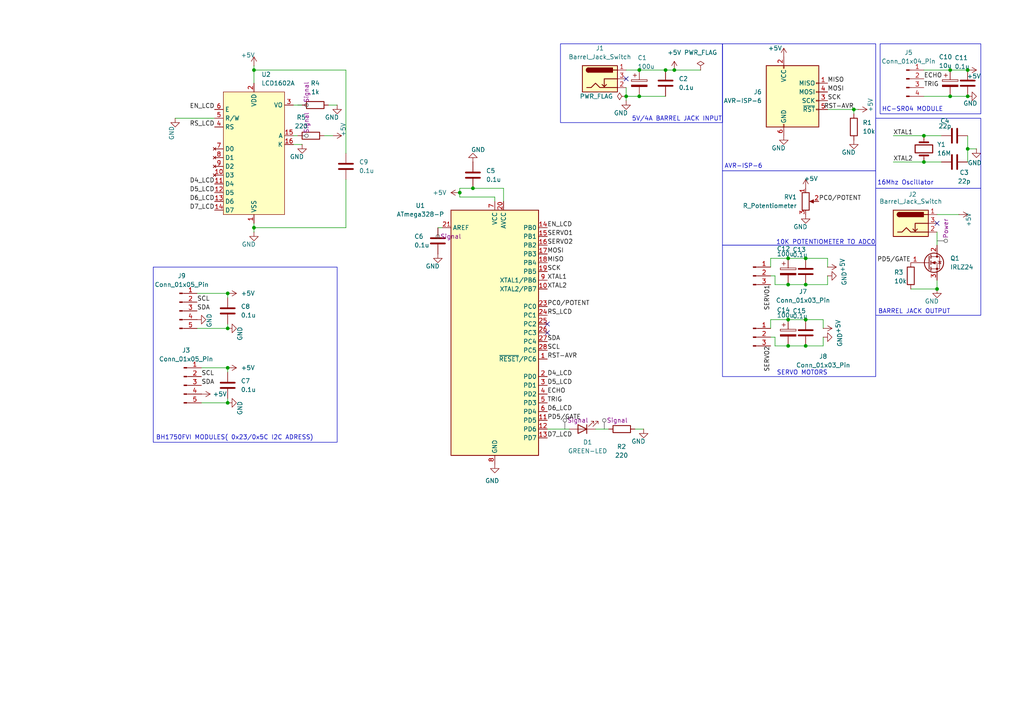
<source format=kicad_sch>
(kicad_sch (version 20250114) (generator "eeschema") (generator_version "9.0")
  (paper "A4")
  (lib_symbols
    (symbol "Connector:AVR-ISP-6" (pin_names (offset 1.016))
      (property "Reference" "J" (at -6.35 11.43 0))
      (property "Value" "AVR-ISP-6" (at 0 11.43 0))
      (symbol "AVR-ISP-6_0_1"
        (rectangle (start -2.667 10.16) (end -2.413 9.398))
        (rectangle (start -2.667 -6.858) (end -2.413 -7.62))
        (rectangle (start 7.62 10.16) (end -7.62 -7.62) (stroke (width 0.254)) (fill (type background)))
        (rectangle (start 7.62 5.207) (end 6.858 4.953))
        (rectangle (start 7.62 2.667) (end 6.858 2.413))
        (rectangle (start 7.62 0.127) (end 6.858 -0.127))
        (rectangle (start 7.62 -2.413) (end 6.858 -2.667))
      )
      (symbol "AVR-ISP-6_1_1"
        (pin passive line (at -2.54 12.7 270) (length 2.54) (name "VCC") (number "2"))
        (pin passive line (at -2.54 -10.16 90) (length 2.54) (name "GND") (number "6"))
        (pin passive line (at 10.16 5.08 180) (length 2.54) (name "MISO") (number "1"))
        (pin passive line (at 10.16 2.54 180) (length 2.54) (name "MOSI") (number "4"))
        (pin passive line (at 10.16 0 180) (length 2.54) (name "SCK") (number "3"))
        (pin passive line (at 10.16 -2.54 180) (length 2.54) (name "~{RST}") (number "5"))
      )
    )
    (symbol "Connector:Barrel_Jack_Switch" (pin_names (hide yes))
      (property "Reference" "J" (at 0 5.334 0))
      (property "Value" "Barrel_Jack_Switch" (at 0 -5.08 0))
      (symbol "Barrel_Jack_Switch_0_1"
        (rectangle (start -5.08 3.81) (end 5.08 -3.81) (stroke (width 0.254)) (fill (type background)))
        (polyline (pts (xy -3.81 -2.54) (xy -2.54 -2.54) (xy -1.27 -1.27) (xy 0 -2.54) (xy 2.54 -2.54) (xy 5.08 -2.54)) (stroke (width 0.254)))
        (arc (start -3.302 1.905) (mid -3.9343 2.54) (end -3.302 3.175) (stroke (width 0.254)))
        (arc (start -3.302 1.905) (mid -3.9343 2.54) (end -3.302 3.175) (stroke (width 0.254)) (fill (type outline)))
        (polyline (pts (xy 1.27 -2.286) (xy 1.905 -1.651)) (stroke (width 0.254)))
        (rectangle (start 3.683 3.175) (end -3.302 1.905) (stroke (width 0.254)) (fill (type outline)))
        (polyline (pts (xy 5.08 2.54) (xy 3.81 2.54)) (stroke (width 0.254)))
        (polyline (pts (xy 5.08 0) (xy 1.27 0) (xy 1.27 -2.286) (xy 0.635 -1.651)) (stroke (width 0.254)))
      )
      (symbol "Barrel_Jack_Switch_1_1"
        (pin passive line (at 7.62 2.54 180) (length 2.54) (name "~") (number "1"))
        (pin passive line (at 7.62 0 180) (length 2.54) (name "~") (number "3"))
        (pin passive line (at 7.62 -2.54 180) (length 2.54) (name "~") (number "2"))
      )
    )
    (symbol "Connector:Conn_01x03_Pin" (pin_names (offset 1.016) (hide yes))
      (property "Reference" "J" (at 0 5.08 0))
      (property "Value" "Conn_01x03_Pin" (at 0 -5.08 0))
      (symbol "Conn_01x03_Pin_1_1"
        (rectangle (start 0.8636 2.667) (end 0 2.413) (stroke (width 0.1524)) (fill (type outline)))
        (rectangle (start 0.8636 0.127) (end 0 -0.127) (stroke (width 0.1524)) (fill (type outline)))
        (rectangle (start 0.8636 -2.413) (end 0 -2.667) (stroke (width 0.1524)) (fill (type outline)))
        (polyline (pts (xy 1.27 2.54) (xy 0.8636 2.54)) (stroke (width 0.1524)))
        (polyline (pts (xy 1.27 0) (xy 0.8636 0)) (stroke (width 0.1524)))
        (polyline (pts (xy 1.27 -2.54) (xy 0.8636 -2.54)) (stroke (width 0.1524)))
        (pin passive line (at 5.08 2.54 180) (length 3.81) (name "Pin_1") (number "1"))
        (pin passive line (at 5.08 0 180) (length 3.81) (name "Pin_2") (number "2"))
        (pin passive line (at 5.08 -2.54 180) (length 3.81) (name "Pin_3") (number "3"))
      )
    )
    (symbol "Connector:Conn_01x04_Pin" (pin_names (offset 1.016) (hide yes))
      (property "Reference" "J" (at 0 5.08 0))
      (property "Value" "Conn_01x04_Pin" (at 0 -7.62 0))
      (symbol "Conn_01x04_Pin_1_1"
        (rectangle (start 0.8636 2.667) (end 0 2.413) (stroke (width 0.1524)) (fill (type outline)))
        (rectangle (start 0.8636 0.127) (end 0 -0.127) (stroke (width 0.1524)) (fill (type outline)))
        (rectangle (start 0.8636 -2.413) (end 0 -2.667) (stroke (width 0.1524)) (fill (type outline)))
        (rectangle (start 0.8636 -4.953) (end 0 -5.207) (stroke (width 0.1524)) (fill (type outline)))
        (polyline (pts (xy 1.27 2.54) (xy 0.8636 2.54)) (stroke (width 0.1524)))
        (polyline (pts (xy 1.27 0) (xy 0.8636 0)) (stroke (width 0.1524)))
        (polyline (pts (xy 1.27 -2.54) (xy 0.8636 -2.54)) (stroke (width 0.1524)))
        (polyline (pts (xy 1.27 -5.08) (xy 0.8636 -5.08)) (stroke (width 0.1524)))
        (pin passive line (at 5.08 2.54 180) (length 3.81) (name "Pin_1") (number "1"))
        (pin passive line (at 5.08 0 180) (length 3.81) (name "Pin_2") (number "2"))
        (pin passive line (at 5.08 -2.54 180) (length 3.81) (name "Pin_3") (number "3"))
        (pin passive line (at 5.08 -5.08 180) (length 3.81) (name "Pin_4") (number "4"))
      )
    )
    (symbol "Connector:Conn_01x05_Pin" (pin_names (offset 1.016) (hide yes))
      (property "Reference" "J" (at 0 7.62 0))
      (property "Value" "Conn_01x05_Pin" (at 0 -7.62 0))
      (symbol "Conn_01x05_Pin_1_1"
        (rectangle (start 0.8636 5.207) (end 0 4.953) (stroke (width 0.1524)) (fill (type outline)))
        (rectangle (start 0.8636 2.667) (end 0 2.413) (stroke (width 0.1524)) (fill (type outline)))
        (rectangle (start 0.8636 0.127) (end 0 -0.127) (stroke (width 0.1524)) (fill (type outline)))
        (rectangle (start 0.8636 -2.413) (end 0 -2.667) (stroke (width 0.1524)) (fill (type outline)))
        (rectangle (start 0.8636 -4.953) (end 0 -5.207) (stroke (width 0.1524)) (fill (type outline)))
        (polyline (pts (xy 1.27 5.08) (xy 0.8636 5.08)) (stroke (width 0.1524)))
        (polyline (pts (xy 1.27 2.54) (xy 0.8636 2.54)) (stroke (width 0.1524)))
        (polyline (pts (xy 1.27 0) (xy 0.8636 0)) (stroke (width 0.1524)))
        (polyline (pts (xy 1.27 -2.54) (xy 0.8636 -2.54)) (stroke (width 0.1524)))
        (polyline (pts (xy 1.27 -5.08) (xy 0.8636 -5.08)) (stroke (width 0.1524)))
        (pin passive line (at 5.08 5.08 180) (length 3.81) (name "Pin_1") (number "1"))
        (pin passive line (at 5.08 2.54 180) (length 3.81) (name "Pin_2") (number "2"))
        (pin passive line (at 5.08 0 180) (length 3.81) (name "Pin_3") (number "3"))
        (pin passive line (at 5.08 -2.54 180) (length 3.81) (name "Pin_4") (number "4"))
        (pin passive line (at 5.08 -5.08 180) (length 3.81) (name "Pin_5") (number "5"))
      )
    )
    (symbol "Device:C" (pin_numbers (hide yes)) (pin_names (offset 0.254))
      (property "Reference" "C" (at 0.635 2.54 0))
      (property "Value" "C" (at 0.635 -2.54 0))
      (symbol "C_0_1"
        (polyline (pts (xy -2.032 0.762) (xy 2.032 0.762)) (stroke (width 0.508)))
        (polyline (pts (xy -2.032 -0.762) (xy 2.032 -0.762)) (stroke (width 0.508)))
      )
      (symbol "C_1_1"
        (pin passive line (at 0 3.81 270) (length 2.794) (name "~") (number "1"))
        (pin passive line (at 0 -3.81 90) (length 2.794) (name "~") (number "2"))
      )
    )
    (symbol "Device:C_Polarized" (pin_numbers (hide yes)) (pin_names (offset 0.254))
      (property "Reference" "C" (at 0.635 2.54 0))
      (property "Value" "C_Polarized" (at 0.635 -2.54 0))
      (symbol "C_Polarized_0_1"
        (rectangle (start -2.286 0.508) (end 2.286 1.016))
        (polyline (pts (xy -1.778 2.286) (xy -0.762 2.286)))
        (polyline (pts (xy -1.27 2.794) (xy -1.27 1.778)))
        (rectangle (start 2.286 -0.508) (end -2.286 -1.016) (fill (type outline)))
      )
      (symbol "C_Polarized_1_1"
        (pin passive line (at 0 3.81 270) (length 2.794) (name "~") (number "1"))
        (pin passive line (at 0 -3.81 90) (length 2.794) (name "~") (number "2"))
      )
    )
    (symbol "Device:Crystal" (pin_numbers (hide yes)) (pin_names (offset 1.016) (hide yes))
      (property "Reference" "Y" (at 0 3.81 0))
      (property "Value" "Crystal" (at 0 -3.81 0))
      (symbol "Crystal_0_1"
        (polyline (pts (xy -2.54 0) (xy -1.905 0)))
        (polyline (pts (xy -1.905 -1.27) (xy -1.905 1.27)) (stroke (width 0.508)))
        (rectangle (start -1.143 2.54) (end 1.143 -2.54) (stroke (width 0.3048)))
        (polyline (pts (xy 1.905 -1.27) (xy 1.905 1.27)) (stroke (width 0.508)))
        (polyline (pts (xy 2.54 0) (xy 1.905 0)))
      )
      (symbol "Crystal_1_1"
        (pin passive line (at -3.81 0 0) (length 1.27) (name "1") (number "1"))
        (pin passive line (at 3.81 0 180) (length 1.27) (name "2") (number "2"))
      )
    )
    (symbol "Device:LED" (pin_numbers (hide yes)) (pin_names (offset 1.016) (hide yes))
      (property "Reference" "D" (at 0 2.54 0))
      (property "Value" "LED" (at 0 -2.54 0))
      (symbol "LED_0_1"
        (polyline (pts (xy -3.048 -0.762) (xy -4.572 -2.286) (xy -3.81 -2.286) (xy -4.572 -2.286) (xy -4.572 -1.524)))
        (polyline (pts (xy -1.778 -0.762) (xy -3.302 -2.286) (xy -2.54 -2.286) (xy -3.302 -2.286) (xy -3.302 -1.524)))
        (polyline (pts (xy -1.27 0) (xy 1.27 0)))
        (polyline (pts (xy -1.27 -1.27) (xy -1.27 1.27)) (stroke (width 0.254)))
        (polyline (pts (xy 1.27 -1.27) (xy 1.27 1.27) (xy -1.27 0) (xy 1.27 -1.27)) (stroke (width 0.254)))
      )
      (symbol "LED_1_1"
        (pin passive line (at -3.81 0 0) (length 2.54) (name "K") (number "1"))
        (pin passive line (at 3.81 0 180) (length 2.54) (name "A") (number "2"))
      )
    )
    (symbol "Device:R" (pin_numbers (hide yes)) (pin_names (offset 0))
      (property "Reference" "R" (at 2.032 0 90))
      (property "Value" "R" (at 0 0 90))
      (symbol "R_0_1"
        (rectangle (start -1.016 -2.54) (end 1.016 2.54) (stroke (width 0.254)))
      )
      (symbol "R_1_1"
        (pin passive line (at 0 3.81 270) (length 1.27) (name "~") (number "1"))
        (pin passive line (at 0 -3.81 90) (length 1.27) (name "~") (number "2"))
      )
    )
    (symbol "Device:R_Potentiometer" (pin_names (offset 1.016) (hide yes))
      (property "Reference" "RV" (at -4.445 0 90))
      (property "Value" "R_Potentiometer" (at -2.54 0 90))
      (symbol "R_Potentiometer_0_1"
        (rectangle (start 1.016 2.54) (end -1.016 -2.54) (stroke (width 0.254)))
        (polyline (pts (xy 1.143 0) (xy 2.286 0.508) (xy 2.286 -0.508) (xy 1.143 0)) (fill (type outline)))
        (polyline (pts (xy 2.54 0) (xy 1.524 0)))
      )
      (symbol "R_Potentiometer_1_1"
        (pin passive line (at 0 3.81 270) (length 1.27) (name "1") (number "1"))
        (pin passive line (at 0 -3.81 90) (length 1.27) (name "3") (number "3"))
        (pin passive line (at 3.81 0 180) (length 1.27) (name "2") (number "2"))
      )
    )
    (symbol "MCU_Microchip_ATmega:ATmega328-P"
      (property "Reference" "U" (at -12.7 36.83 0))
      (property "Value" "ATmega328-P" (at 2.54 -36.83 0))
      (symbol "ATmega328-P_0_1"
        (rectangle (start -12.7 -35.56) (end 12.7 35.56) (stroke (width 0.254)) (fill (type background)))
      )
      (symbol "ATmega328-P_1_1"
        (pin passive line (at -15.24 30.48 0) (length 2.54) (name "AREF") (number "21"))
        (pin power_in line (at 0 38.1 270) (length 2.54) (name "VCC") (number "7"))
        (pin passive line (at 0 -38.1 90) (length 2.54) (hide yes) (name "GND") (number "22"))
        (pin power_in line (at 0 -38.1 90) (length 2.54) (name "GND") (number "8"))
        (pin power_in line (at 2.54 38.1 270) (length 2.54) (name "AVCC") (number "20"))
        (pin bidirectional line (at 15.24 30.48 180) (length 2.54) (name "PB0") (number "14"))
        (pin bidirectional line (at 15.24 27.94 180) (length 2.54) (name "PB1") (number "15"))
        (pin bidirectional line (at 15.24 25.4 180) (length 2.54) (name "PB2") (number "16"))
        (pin bidirectional line (at 15.24 22.86 180) (length 2.54) (name "PB3") (number "17"))
        (pin bidirectional line (at 15.24 20.32 180) (length 2.54) (name "PB4") (number "18"))
        (pin bidirectional line (at 15.24 17.78 180) (length 2.54) (name "PB5") (number "19"))
        (pin bidirectional line (at 15.24 15.24 180) (length 2.54) (name "XTAL1/PB6") (number "9"))
        (pin bidirectional line (at 15.24 12.7 180) (length 2.54) (name "XTAL2/PB7") (number "10"))
        (pin bidirectional line (at 15.24 7.62 180) (length 2.54) (name "PC0") (number "23"))
        (pin bidirectional line (at 15.24 5.08 180) (length 2.54) (name "PC1") (number "24"))
        (pin bidirectional line (at 15.24 2.54 180) (length 2.54) (name "PC2") (number "25"))
        (pin bidirectional line (at 15.24 0 180) (length 2.54) (name "PC3") (number "26"))
        (pin bidirectional line (at 15.24 -2.54 180) (length 2.54) (name "PC4") (number "27"))
        (pin bidirectional line (at 15.24 -5.08 180) (length 2.54) (name "PC5") (number "28"))
        (pin bidirectional line (at 15.24 -7.62 180) (length 2.54) (name "~{RESET}/PC6") (number "1"))
        (pin bidirectional line (at 15.24 -12.7 180) (length 2.54) (name "PD0") (number "2"))
        (pin bidirectional line (at 15.24 -15.24 180) (length 2.54) (name "PD1") (number "3"))
        (pin bidirectional line (at 15.24 -17.78 180) (length 2.54) (name "PD2") (number "4"))
        (pin bidirectional line (at 15.24 -20.32 180) (length 2.54) (name "PD3") (number "5"))
        (pin bidirectional line (at 15.24 -22.86 180) (length 2.54) (name "PD4") (number "6"))
        (pin bidirectional line (at 15.24 -25.4 180) (length 2.54) (name "PD5") (number "11"))
        (pin bidirectional line (at 15.24 -27.94 180) (length 2.54) (name "PD6") (number "12"))
        (pin bidirectional line (at 15.24 -30.48 180) (length 2.54) (name "PD7") (number "13"))
      )
    )
    (symbol "Transistor_FET:IRLZ24" (pin_names (hide yes))
      (property "Reference" "Q" (at 5.08 1.905 0))
      (property "Value" "IRLZ24" (at 5.08 0 0))
      (symbol "IRLZ24_0_1"
        (polyline (pts (xy 0.254 1.905) (xy 0.254 -1.905)) (stroke (width 0.254)))
        (polyline (pts (xy 0.254 0) (xy -2.54 0)))
        (polyline (pts (xy 0.762 2.286) (xy 0.762 1.27)) (stroke (width 0.254)))
        (polyline (pts (xy 0.762 0.508) (xy 0.762 -0.508)) (stroke (width 0.254)))
        (polyline (pts (xy 0.762 -1.27) (xy 0.762 -2.286)) (stroke (width 0.254)))
        (polyline (pts (xy 0.762 -1.778) (xy 3.302 -1.778) (xy 3.302 1.778) (xy 0.762 1.778)))
        (polyline (pts (xy 1.016 0) (xy 2.032 0.381) (xy 2.032 -0.381) (xy 1.016 0)) (fill (type outline)))
        (circle (center 1.651 0) (radius 2.794) (stroke (width 0.254)))
        (polyline (pts (xy 2.54 2.54) (xy 2.54 1.778)))
        (circle (center 2.54 1.778) (radius 0.254) (fill (type outline)))
        (circle (center 2.54 -1.778) (radius 0.254) (fill (type outline)))
        (polyline (pts (xy 2.54 -2.54) (xy 2.54 0) (xy 0.762 0)))
        (polyline (pts (xy 2.794 0.508) (xy 2.921 0.381) (xy 3.683 0.381) (xy 3.81 0.254)))
        (polyline (pts (xy 3.302 0.381) (xy 2.921 -0.254) (xy 3.683 -0.254) (xy 3.302 0.381)))
      )
      (symbol "IRLZ24_1_1"
        (pin input line (at -5.08 0 0) (length 2.54) (name "G") (number "1"))
        (pin passive line (at 2.54 5.08 270) (length 2.54) (name "D") (number "2"))
        (pin passive line (at 2.54 -5.08 90) (length 2.54) (name "S") (number "3"))
      )
    )
    (symbol "lcd1602A:LCD1602A"
      (property "Reference" "U" (at 0 0 0))
      (property "Value" "LCD1602A" (at 5.842 -19.05 0))
      (symbol "LCD1602A_0_1"
        (rectangle (start -10.16 10.16) (end -10.16 10.16))
      )
      (symbol "LCD1602A_1_1"
        (rectangle (start -8.89 17.78) (end 8.89 -17.78) (fill (type color) (color 255 255 194 1)))
        (pin input line (at -11.43 12.7 0) (length 2.54) (name "E") (number "6"))
        (pin input line (at -11.43 10.16 0) (length 2.54) (name "R/W") (number "5"))
        (pin input line (at -11.43 7.62 0) (length 2.54) (name "RS") (number "4"))
        (pin no_connect line (at -11.43 1.27 0) (length 2.54) (name "D0") (number "7"))
        (pin no_connect line (at -11.43 -1.27 0) (length 2.54) (name "D1") (number "8"))
        (pin no_connect line (at -11.43 -3.81 0) (length 2.54) (name "D2") (number "9"))
        (pin no_connect line (at -11.43 -6.35 0) (length 2.54) (name "D3") (number "10"))
        (pin bidirectional line (at -11.43 -8.89 0) (length 2.54) (name "D4") (number "11"))
        (pin bidirectional line (at -11.43 -11.43 0) (length 2.54) (name "D5") (number "12"))
        (pin bidirectional line (at -11.43 -13.97 0) (length 2.54) (name "D6") (number "13"))
        (pin bidirectional line (at -11.43 -16.51 0) (length 2.54) (name "D7") (number "14"))
        (pin power_in line (at 0 20.32 270) (length 2.54) (name "VDD") (number "2"))
        (pin power_in line (at 0 -20.32 90) (length 2.54) (name "VSS") (number "1"))
        (pin input line (at 11.43 13.97 180) (length 2.54) (name "VO") (number "3"))
        (pin output line (at 11.43 5.08 180) (length 2.54) (name "A") (number "15"))
        (pin input line (at 11.43 2.54 180) (length 2.54) (name "K") (number "16"))
      )
    )
    (symbol "power:+5V" (power) (pin_numbers (hide yes)) (pin_names (offset 0) (hide yes))
      (property "Value" "+5V" (at 0 3.556 0))
      (symbol "+5V_0_1"
        (polyline (pts (xy -0.762 1.27) (xy 0 2.54)))
        (polyline (pts (xy 0 2.54) (xy 0.762 1.27)))
        (polyline (pts (xy 0 0) (xy 0 2.54)))
      )
      (symbol "+5V_1_1"
        (pin power_in line (at 0 0 90) (length 0) (name "~") (number "1"))
      )
    )
    (symbol "power:GND" (power) (pin_numbers (hide yes)) (pin_names (offset 0) (hide yes))
      (property "Value" "GND" (at 0 -3.81 0))
      (symbol "GND_0_1"
        (polyline (pts (xy 0 0) (xy 0 -1.27) (xy 1.27 -1.27) (xy 0 -2.54) (xy -1.27 -1.27) (xy 0 -1.27)))
      )
      (symbol "GND_1_1"
        (pin power_in line (at 0 0 270) (length 0) (name "~") (number "1"))
      )
    )
    (symbol "power:PWR_FLAG" (power) (pin_numbers (hide yes)) (pin_names (offset 0) (hide yes))
      (property "Value" "PWR_FLAG" (at 0 3.81 0))
      (symbol "PWR_FLAG_0_0"
        (pin power_out line (at 0 0 90) (length 0) (name "~") (number "1"))
      )
      (symbol "PWR_FLAG_0_1"
        (polyline (pts (xy 0 0) (xy 0 1.27) (xy -1.016 1.905) (xy 0 2.54) (xy 1.016 1.905) (xy 0 1.27)))
      )
    )
  )
  (rectangle (start 44.45 77.47) (end 97.79 128.27))
  (rectangle (start 255.27 12.7) (end 284.48 33.02))
  (rectangle (start 162.56 12.7) (end 209.55 35.56))
  (rectangle (start 209.55 12.7) (end 254 49.53))
  (rectangle (start 209.55 71.12) (end 254 109.22))
  (rectangle (start 209.55 49.53) (end 254 71.12))
  (rectangle (start 254 34.29) (end 284.48 54.61))
  (rectangle (start 254 54.61) (end 284.48 91.44))
  (text "16Mhz Oscillator" (at 262.636 53.086 0) (effects (font (size 1.27 1.27))))
  (text "5V/4A BARREL JACK INPUT\n" (at 196.342 34.544 0) (effects (font (size 1.27 1.27))))
  (text "SERVO MOTORS\n" (at 232.664 108.204 0) (effects (font (size 1.27 1.27))))
  (text "10K POTENTIOMETER TO ADC0\n" (at 239.522 70.358 0) (effects (font (size 1.27 1.27))))
  (text "BH1750FVI MODULES( 0x23/0x5C I2C ADRESS)\n" (at 68.072 127 0) (effects (font (size 1.27 1.27))))
  (text "AVR-ISP-6\n" (at 215.646 48.26 0) (effects (font (size 1.27 1.27))))
  (text "BARREL JACK OUTPUT" (at 265.176 90.424 0) (effects (font (size 1.27 1.27))))
  (text "HC-SR04 MODULE\n" (at 264.668 31.75 0) (effects (font (size 1.27 1.27))))
  (junction (at 66.04 116.84))
  (junction (at 228.6 82.55))
  (junction (at 280.67 27.94))
  (junction (at 181.61 27.94))
  (junction (at 228.6 100.33))
  (junction (at 233.68 74.93))
  (junction (at 66.04 85.09))
  (junction (at 280.67 20.32))
  (junction (at 275.59 20.32))
  (junction (at 233.68 100.33))
  (junction (at 275.59 27.94))
  (junction (at 228.6 74.93))
  (junction (at 137.16 54.61))
  (junction (at 267.97 46.99))
  (junction (at 185.42 20.32))
  (junction (at 133.35 55.88))
  (junction (at 233.68 82.55))
  (junction (at 228.6 92.71))
  (junction (at 271.78 83.82))
  (junction (at 193.04 20.32))
  (junction (at 233.68 92.71))
  (junction (at 73.66 20.32))
  (junction (at 195.58 20.32))
  (junction (at 66.04 95.25))
  (junction (at 185.42 27.94))
  (junction (at 73.66 66.04))
  (junction (at 66.04 106.68))
  (junction (at 280.67 43.18))
  (junction (at 267.97 39.37))
  (junction (at 247.65 31.75))
  (no_connect (at 158.75 93.98))
  (no_connect (at 158.75 96.52))
  (no_connect (at 271.78 64.77))
  (no_connect (at 181.61 22.86))
  (wire (pts (xy 280.67 20.32) (xy 275.59 20.32)))
  (wire (pts (xy 127 66.04) (xy 128.27 66.04)))
  (wire (pts (xy 146.05 58.42) (xy 146.05 54.61)))
  (wire (pts (xy 223.52 97.79) (xy 224.79 97.79)))
  (wire (pts (xy 165.1 124.46) (xy 158.75 124.46)))
  (wire (pts (xy 233.68 92.71) (xy 238.76 92.71)))
  (wire (pts (xy 73.66 20.32) (xy 100.33 20.32)))
  (wire (pts (xy 228.6 100.33) (xy 233.68 100.33)))
  (wire (pts (xy 66.04 93.98) (xy 66.04 95.25)))
  (wire (pts (xy 224.79 80.01) (xy 224.79 82.55)))
  (wire (pts (xy 238.76 92.71) (xy 238.76 95.25)))
  (wire (pts (xy 228.6 82.55) (xy 233.68 82.55)))
  (wire (pts (xy 267.97 46.99) (xy 273.05 46.99)))
  (wire (pts (xy 280.67 39.37) (xy 280.67 43.18)))
  (wire (pts (xy 181.61 27.94) (xy 181.61 29.21)))
  (wire (pts (xy 100.33 20.32) (xy 100.33 44.45)))
  (wire (pts (xy 87.63 30.48) (xy 85.09 30.48)))
  (wire (pts (xy 233.68 100.33) (xy 238.76 100.33)))
  (wire (pts (xy 280.67 43.18) (xy 283.21 43.18)))
  (wire (pts (xy 271.78 83.82) (xy 271.78 81.28)))
  (wire (pts (xy 223.52 92.71) (xy 228.6 92.71)))
  (wire (pts (xy 247.65 31.75) (xy 248.92 31.75)))
  (wire (pts (xy 195.58 20.32) (xy 203.2 20.32)))
  (wire (pts (xy 137.16 54.61) (xy 146.05 54.61)))
  (wire (pts (xy 50.8 34.29) (xy 62.23 34.29)))
  (wire (pts (xy 224.79 82.55) (xy 228.6 82.55)))
  (wire (pts (xy 133.35 54.61) (xy 137.16 54.61)))
  (wire (pts (xy 271.78 67.31) (xy 271.78 71.12)))
  (wire (pts (xy 278.13 62.23) (xy 271.78 62.23)))
  (wire (pts (xy 66.04 106.68) (xy 58.42 106.68)))
  (wire (pts (xy 66.04 116.84) (xy 58.42 116.84)))
  (wire (pts (xy 176.53 124.46) (xy 172.72 124.46)))
  (wire (pts (xy 240.03 82.55) (xy 240.03 80.01)))
  (wire (pts (xy 73.66 66.04) (xy 73.66 64.77)))
  (wire (pts (xy 247.65 31.75) (xy 247.65 33.02)))
  (wire (pts (xy 87.63 41.91) (xy 85.09 41.91)))
  (wire (pts (xy 275.59 20.32) (xy 267.97 20.32)))
  (wire (pts (xy 66.04 106.68) (xy 66.04 107.95)))
  (wire (pts (xy 275.59 27.94) (xy 267.97 27.94)))
  (wire (pts (xy 224.79 97.79) (xy 224.79 100.33)))
  (wire (pts (xy 238.76 100.33) (xy 238.76 97.79)))
  (wire (pts (xy 97.79 30.48) (xy 95.25 30.48)))
  (wire (pts (xy 73.66 19.05) (xy 73.66 20.32)))
  (wire (pts (xy 66.04 115.57) (xy 66.04 116.84)))
  (wire (pts (xy 280.67 27.94) (xy 275.59 27.94)))
  (wire (pts (xy 86.36 39.37) (xy 85.09 39.37)))
  (wire (pts (xy 185.42 20.32) (xy 193.04 20.32)))
  (wire (pts (xy 186.69 124.46) (xy 184.15 124.46)))
  (wire (pts (xy 96.52 39.37) (xy 93.98 39.37)))
  (wire (pts (xy 133.35 55.88) (xy 133.35 57.15)))
  (wire (pts (xy 66.04 85.09) (xy 66.04 86.36)))
  (wire (pts (xy 280.67 43.18) (xy 280.67 46.99)))
  (wire (pts (xy 181.61 25.4) (xy 181.61 27.94)))
  (wire (pts (xy 264.16 83.82) (xy 271.78 83.82)))
  (wire (pts (xy 100.33 52.07) (xy 100.33 66.04)))
  (wire (pts (xy 240.03 31.75) (xy 247.65 31.75)))
  (wire (pts (xy 223.52 80.01) (xy 224.79 80.01)))
  (wire (pts (xy 233.68 74.93) (xy 240.03 74.93)))
  (wire (pts (xy 143.51 58.42) (xy 143.51 57.15)))
  (wire (pts (xy 223.52 77.47) (xy 223.52 74.93)))
  (wire (pts (xy 181.61 27.94) (xy 185.42 27.94)))
  (wire (pts (xy 185.42 27.94) (xy 193.04 27.94)))
  (wire (pts (xy 223.52 95.25) (xy 223.52 92.71)))
  (wire (pts (xy 66.04 85.09) (xy 57.15 85.09)))
  (wire (pts (xy 259.08 39.37) (xy 267.97 39.37)))
  (wire (pts (xy 224.79 100.33) (xy 228.6 100.33)))
  (wire (pts (xy 223.52 74.93) (xy 228.6 74.93)))
  (wire (pts (xy 267.97 39.37) (xy 273.05 39.37)))
  (wire (pts (xy 100.33 66.04) (xy 73.66 66.04)))
  (wire (pts (xy 133.35 57.15) (xy 143.51 57.15)))
  (wire (pts (xy 233.68 82.55) (xy 240.03 82.55)))
  (wire (pts (xy 73.66 20.32) (xy 73.66 24.13)))
  (wire (pts (xy 181.61 20.32) (xy 185.42 20.32)))
  (wire (pts (xy 133.35 54.61) (xy 133.35 55.88)))
  (wire (pts (xy 228.6 74.93) (xy 233.68 74.93)))
  (wire (pts (xy 228.6 92.71) (xy 233.68 92.71)))
  (wire (pts (xy 240.03 74.93) (xy 240.03 77.47)))
  (wire (pts (xy 73.66 67.31) (xy 73.66 66.04)))
  (wire (pts (xy 66.04 95.25) (xy 57.15 95.25)))
  (wire (pts (xy 193.04 20.32) (xy 195.58 20.32)))
  (wire (pts (xy 259.08 46.99) (xy 267.97 46.99)))
  (label "SCK" (at 240.03 29.21 0))
  (label "D6_LCD" (at 158.75 119.38 0))
  (label "SDA" (at 58.42 111.76 0))
  (label "XTAL2" (at 158.75 83.82 0))
  (label "RS_LCD" (at 62.23 36.83 180))
  (label "SCL" (at 158.75 101.6 0))
  (label "PC0{slash}POTENT" (at 158.75 88.9 0))
  (label "RST-AVR" (at 247.65 31.75 180))
  (label "SERVO2" (at 158.75 71.12 0))
  (label "MOSI" (at 158.75 73.66 0))
  (label "XTAL1" (at 158.75 81.28 0))
  (label "SCK" (at 158.75 78.74 0))
  (label "SERVO1" (at 223.52 82.55 270))
  (label "TRIG" (at 267.97 25.4 0))
  (label "ECHO" (at 158.75 114.3 0))
  (label "D5_LCD" (at 158.75 111.76 0))
  (label "D6_LCD" (at 62.23 58.42 180))
  (label "D7_LCD" (at 158.75 127 0))
  (label "SERVO2" (at 223.52 100.33 270))
  (label "XTAL2" (at 259.08 46.99 0))
  (label "SCL" (at 58.42 109.22 0))
  (label "RS_LCD" (at 158.75 91.44 0))
  (label "EN_LCD" (at 62.23 31.75 180))
  (label "SERVO1" (at 158.75 68.58 0))
  (label "MISO" (at 240.03 24.13 0))
  (label "XTAL1" (at 259.08 39.37 0))
  (label "SDA" (at 158.75 99.06 0))
  (label "MOSI" (at 240.03 26.67 0))
  (label "EN_LCD" (at 158.75 66.04 0))
  (label "PC0{slash}POTENT" (at 237.49 58.42 0))
  (label "RST-AVR" (at 158.75 104.14 0))
  (label "SCL" (at 57.15 87.63 0))
  (label "TRIG" (at 158.75 116.84 0))
  (label "D4_LCD" (at 158.75 109.22 0))
  (label "MISO" (at 158.75 76.2 0))
  (label "PD5{slash}GATE" (at 158.75 121.92 0))
  (label "PD5{slash}GATE" (at 264.16 76.2 180))
  (label "D4_LCD" (at 62.23 53.34 180))
  (label "ECHO" (at 267.97 22.86 0))
  (label "SDA" (at 57.15 90.17 0))
  (label "D5_LCD" (at 62.23 55.88 180))
  (label "D7_LCD" (at 62.23 60.96 180))
  (netclass_flag "" (length 2.54) (shape round) (at 175.26 124.46 0) (property "Netclass" "Signal" (at 175.9585 121.92 0) (effects (justify left))))
  (netclass_flag "" (length 2.54) (shape round) (at 86.36 39.37 270) (property "Netclass" "Signal" (at 88.9 38.6715 90) (effects (justify left))))
  (netclass_flag "" (length 2.54) (shape round) (at 163.83 124.46 0) (property "Netclass" "Signal" (at 164.5285 121.92 0) (effects (justify left))))
  (netclass_flag "" (length 2.54) (shape round) (at 127 66.04 180) (property "Netclass" "Signal" (at 127.6985 68.58 0) (effects (justify left))))
  (netclass_flag "" (length 2.54) (shape round) (at 86.36 30.48 270) (property "Netclass" "Signal" (at 88.9 29.7815 90) (effects (justify left))))
  (netclass_flag "" (length 2.54) (shape round) (at 271.78 69.85 270) (property "Netclass" "Power" (at 274.32 69.1515 90) (effects (justify left))))
  (symbol (lib_id "power:+5V") (at 280.67 20.32 270) (unit 1)
    (property "Reference" "#PWR013" (effects (hide yes)))
    (property "Value" "+5V" (at 280.416 22.098 90) (effects (justify left)))
    (property "Description" "Power symbol creates a global label with name \"+5V\"" (effects (hide yes)))
  )
  (symbol (lib_id "power:GND") (at 283.21 43.18 0) (unit 1)
    (property "Reference" "#PWR09" (effects (hide yes)))
    (property "Value" "GND" (at 282.702 47.244 0))
    (property "Description" "Power symbol creates a global label with name \"GND\" , ground" (effects (hide yes)))
  )
  (symbol (lib_id "power:+5V") (at 238.76 95.25 270) (unit 1)
    (property "Reference" "#PWR024" (effects (hide yes)))
    (property "Value" "+5V" (at 243.078 94.742 0))
    (property "Description" "Power symbol creates a global label with name \"+5V\"" (effects (hide yes)))
  )
  (symbol (lib_id "power:GND") (at 233.68 62.23 0) (unit 1)
    (property "Reference" "#PWR018" (effects (hide yes)))
    (property "Value" "GND" (at 232.156 65.786 0))
    (property "Description" "Power symbol creates a global label with name \"GND\" , ground" (effects (hide yes)))
  )
  (symbol (lib_id "Device:C") (at 276.86 46.99 90) (unit 1)
    (property "Reference" "C3" (at 279.654 50.038 90))
    (property "Value" "22p" (at 279.654 52.578 90))
    (property "Footprint" "Capacitor_THT:C_Disc_D3.0mm_W2.0mm_P2.50mm" (effects (hide yes)))
    (property "Description" "Unpolarized capacitor" (effects (hide yes)))
  )
  (symbol (lib_id "power:GND") (at 66.04 95.25 90) (unit 1)
    (property "Reference" "#PWR033" (effects (hide yes)))
    (property "Value" "GND" (at 69.596 96.774 0))
    (property "Description" "Power symbol creates a global label with name \"GND\" , ground" (effects (hide yes)))
  )
  (symbol (lib_id "Connector:Conn_01x03_Pin") (at 218.44 97.79 0) (unit 1)
    (property "Reference" "J8" (at 238.76 103.378 0))
    (property "Value" "Conn_01x03_Pin" (at 238.76 105.918 0))
    (property "Footprint" "Connector_PinHeader_2.54mm:PinHeader_1x03_P2.54mm_Vertical" (effects (hide yes)))
    (property "Description" "Generic connector, single row, 01x03, script generated" (effects (hide yes)))
  )
  (symbol (lib_id "Device:LED") (at 168.91 124.46 180) (unit 1)
    (property "Reference" "D1" (at 170.434 128.27 0))
    (property "Value" "GREEN-LED" (at 170.434 130.81 0))
    (property "Footprint" "LED_THT:LED_D5.0mm" (effects (hide yes)))
    (property "Description" "Light emitting diode" (effects (hide yes)))
    (property "Sim.Pins" "1=K 2=A" (effects (hide yes)))
  )
  (symbol (lib_id "Device:C") (at 233.68 78.74 0) (unit 1)
    (property "Reference" "C13" (at 229.87 72.39 0) (effects (justify left)))
    (property "Value" "0.1u" (at 229.87 73.914 0) (effects (justify left)))
    (property "Footprint" "Capacitor_THT:C_Disc_D3.0mm_W2.0mm_P2.50mm" (effects (hide yes)))
    (property "Description" "Unpolarized capacitor" (effects (hide yes)))
  )
  (symbol (lib_id "Device:C") (at 276.86 39.37 90) (unit 1)
    (property "Reference" "C4" (at 274.066 35.052 90))
    (property "Value" "22p" (at 274.066 36.576 90))
    (property "Footprint" "Capacitor_THT:C_Disc_D3.0mm_W2.0mm_P2.50mm" (effects (hide yes)))
    (property "Description" "Unpolarized capacitor" (effects (hide yes)))
  )
  (symbol (lib_id "lcd1602A:LCD1602A") (at 73.66 44.45 0) (unit 1)
    (property "Reference" "U2" (at 75.8033 21.59 0) (effects (justify left)))
    (property "Value" "LCD1602A" (at 75.8033 24.13 0) (effects (justify left)))
    (property "Footprint" "Connector_PinSocket_2.54mm:PinSocket_1x16_P2.54mm_Vertical" (effects (hide yes)))
  )
  (symbol (lib_id "power:GND") (at 73.66 67.31 0) (unit 1)
    (property "Reference" "#PWR030" (effects (hide yes)))
    (property "Value" "GND" (at 72.136 70.866 0))
    (property "Description" "Power symbol creates a global label with name \"GND\" , ground" (effects (hide yes)))
  )
  (symbol (lib_id "power:GND") (at 66.04 116.84 90) (unit 1)
    (property "Reference" "#PWR05" (effects (hide yes)))
    (property "Value" "GND" (at 69.596 118.364 0))
    (property "Description" "Power symbol creates a global label with name \"GND\" , ground" (effects (hide yes)))
  )
  (symbol (lib_id "power:+5V") (at 248.92 31.75 270) (unit 1)
    (property "Reference" "#PWR06" (effects (hide yes)))
    (property "Value" "+5V" (at 252.476 30.48 0))
    (property "Description" "Power symbol creates a global label with name \"+5V\"" (effects (hide yes)))
  )
  (symbol (lib_id "power:GND") (at 50.8 34.29 0) (unit 1)
    (property "Reference" "#PWR031" (effects (hide yes)))
    (property "Value" "GND" (at 49.784 38.608 90))
    (property "Description" "Power symbol creates a global label with name \"GND\" , ground" (effects (hide yes)))
  )
  (symbol (lib_id "Device:C") (at 193.04 24.13 0) (unit 1)
    (property "Reference" "C2" (at 196.85 22.8599 0) (effects (justify left)))
    (property "Value" "0.1u" (at 196.85 25.3999 0) (effects (justify left)))
    (property "Footprint" "Capacitor_THT:C_Disc_D3.0mm_W2.0mm_P2.50mm" (effects (hide yes)))
    (property "Description" "Unpolarized capacitor" (effects (hide yes)))
  )
  (symbol (lib_id "Device:C") (at 100.33 48.26 0) (unit 1)
    (property "Reference" "C9" (at 104.14 46.9899 0) (effects (justify left)))
    (property "Value" "0.1u" (at 104.14 49.5299 0) (effects (justify left)))
    (property "Footprint" "Capacitor_THT:C_Disc_D3.0mm_W2.0mm_P2.50mm" (effects (hide yes)))
    (property "Description" "Unpolarized capacitor" (effects (hide yes)))
  )
  (symbol (lib_id "Connector:AVR-ISP-6") (at 229.87 29.21 0) (unit 1)
    (property "Reference" "J6" (at 220.98 26.6699 0) (effects (justify right)))
    (property "Value" "AVR-ISP-6" (at 220.98 29.2099 0) (effects (justify right)))
    (property "Footprint" "Connector_PinHeader_2.54mm:PinHeader_2x03_P2.54mm_Vertical" (effects (hide yes)))
    (property "Description" "Atmel 6-pin ISP connector" (effects (hide yes)))
  )
  (symbol (lib_id "Device:C") (at 280.67 24.13 0) (unit 1)
    (property "Reference" "C11" (at 276.86 16.764 0) (effects (justify left)))
    (property "Value" "0.1u" (at 276.86 19.304 0) (effects (justify left)))
    (property "Footprint" "Capacitor_THT:C_Disc_D3.0mm_W2.0mm_P2.50mm" (effects (hide yes)))
    (property "Description" "Unpolarized capacitor" (effects (hide yes)))
  )
  (symbol (lib_id "Device:R") (at 91.44 30.48 90) (unit 1)
    (property "Reference" "R4" (at 91.44 24.13 90))
    (property "Value" "1k" (at 91.44 26.67 90))
    (property "Footprint" "Resistor_THT:R_Axial_DIN0204_L3.6mm_D1.6mm_P5.08mm_Horizontal" (effects (hide yes)))
    (property "Description" "Resistor" (effects (hide yes)))
  )
  (symbol (lib_id "Device:C_Polarized") (at 228.6 78.74 0) (unit 1)
    (property "Reference" "C12" (at 225.298 72.136 0) (effects (justify left)))
    (property "Value" "100u" (at 225.298 73.66 0) (effects (justify left)))
    (property "Footprint" "Capacitor_THT:C_Radial_D6.3mm_H11.0mm_P2.50mm" (effects (hide yes)))
    (property "Description" "Polarized capacitor" (effects (hide yes)))
  )
  (symbol (lib_id "Connector:Conn_01x03_Pin") (at 218.44 80.01 0) (unit 1)
    (property "Reference" "J7" (at 232.918 84.582 0))
    (property "Value" "Conn_01x03_Pin" (at 232.918 87.122 0))
    (property "Footprint" "Connector_PinHeader_2.54mm:PinHeader_1x03_P2.54mm_Vertical" (effects (hide yes)))
    (property "Description" "Generic connector, single row, 01x03, script generated" (effects (hide yes)))
  )
  (symbol (lib_id "power:PWR_FLAG") (at 181.61 27.94 90) (unit 1)
    (property "Reference" "#FLG02" (effects (hide yes)))
    (property "Value" "PWR_FLAG" (at 177.8 27.9399 90) (effects (justify left)))
    (property "Description" "Special symbol for telling ERC where power comes from" (effects (hide yes)))
  )
  (symbol (lib_id "Connector:Barrel_Jack_Switch") (at 264.16 64.77 0) (unit 1)
    (property "Reference" "J2" (at 264.668 56.388 0))
    (property "Value" "Barrel_Jack_Switch" (at 264.16 58.42 0))
    (property "Footprint" "Connector_BarrelJack:BarrelJack_Horizontal" (effects (hide yes)))
    (property "Description" "DC Barrel Jack with an internal switch" (effects (hide yes)))
  )
  (symbol (lib_id "Device:C") (at 137.16 50.8 180) (unit 1)
    (property "Reference" "C5" (at 140.97 49.5299 0) (effects (justify right)))
    (property "Value" "0.1u" (at 140.97 52.0699 0) (effects (justify right)))
    (property "Footprint" "Capacitor_THT:C_Disc_D3.0mm_W2.0mm_P2.50mm" (effects (hide yes)))
    (property "Description" "Unpolarized capacitor" (effects (hide yes)))
  )
  (symbol (lib_id "Connector:Barrel_Jack_Switch") (at 173.99 22.86 0) (unit 1)
    (property "Reference" "J1" (at 173.99 13.97 0))
    (property "Value" "Barrel_Jack_Switch" (at 173.99 16.51 0))
    (property "Footprint" "Connector_BarrelJack:BarrelJack_Horizontal" (effects (hide yes)))
    (property "Description" "DC Barrel Jack with an internal switch" (effects (hide yes)))
  )
  (symbol (lib_id "power:+5V") (at 58.42 114.3 270) (unit 1)
    (property "Reference" "#PWR010" (effects (hide yes)))
    (property "Value" "+5V" (at 61.722 114.3 90) (effects (justify left)))
    (property "Description" "Power symbol creates a global label with name \"+5V\"" (effects (hide yes)))
  )
  (symbol (lib_id "power:GND") (at 127 73.66 0) (unit 1)
    (property "Reference" "#PWR016" (effects (hide yes)))
    (property "Value" "GND" (at 125.476 77.216 0))
    (property "Description" "Power symbol creates a global label with name \"GND\" , ground" (effects (hide yes)))
  )
  (symbol (lib_id "Device:C") (at 66.04 111.76 0) (unit 1)
    (property "Reference" "C7" (at 69.85 110.4899 0) (effects (justify left)))
    (property "Value" "0.1u" (at 69.85 113.0299 0) (effects (justify left)))
    (property "Footprint" "Capacitor_THT:C_Disc_D3.0mm_W2.0mm_P2.50mm" (effects (hide yes)))
    (property "Description" "Unpolarized capacitor" (effects (hide yes)))
  )
  (symbol (lib_id "Connector:Conn_01x05_Pin") (at 53.34 111.76 0) (unit 1)
    (property "Reference" "J3" (at 53.975 101.6 0))
    (property "Value" "Conn_01x05_Pin" (at 53.975 104.14 0))
    (property "Footprint" "Connector_PinHeader_2.54mm:PinHeader_1x05_P2.54mm_Vertical" (effects (hide yes)))
    (property "Description" "Generic connector, single row, 01x05, script generated" (effects (hide yes)))
  )
  (symbol (lib_id "Device:R") (at 180.34 124.46 90) (unit 1)
    (property "Reference" "R2" (at 180.2765 129.54 90))
    (property "Value" "220" (at 180.2765 132.08 90))
    (property "Footprint" "Resistor_THT:R_Axial_DIN0204_L3.6mm_D1.6mm_P5.08mm_Horizontal" (effects (hide yes)))
    (property "Description" "Resistor" (effects (hide yes)))
  )
  (symbol (lib_id "power:GND") (at 247.65 40.64 0) (unit 1)
    (property "Reference" "#PWR08" (effects (hide yes)))
    (property "Value" "GND" (at 246.126 44.196 0))
    (property "Description" "Power symbol creates a global label with name \"GND\" , ground" (effects (hide yes)))
  )
  (symbol (lib_id "power:+5V") (at 227.33 16.51 0) (unit 1)
    (property "Reference" "#PWR03" (effects (hide yes)))
    (property "Value" "+5V" (at 224.79 13.97 0))
    (property "Description" "Power symbol creates a global label with name \"+5V\"" (effects (hide yes)))
  )
  (symbol (lib_id "power:GND") (at 271.78 83.82 0) (unit 1)
    (property "Reference" "#PWR020" (effects (hide yes)))
    (property "Value" "GND" (at 270.256 87.376 0))
    (property "Description" "Power symbol creates a global label with name \"GND\" , ground" (effects (hide yes)))
  )
  (symbol (lib_id "Device:C_Polarized") (at 185.42 24.13 0) (unit 1)
    (property "Reference" "C1" (at 184.912 16.764 0) (effects (justify left)))
    (property "Value" "100u" (at 184.912 19.304 0) (effects (justify left)))
    (property "Footprint" "Capacitor_THT:C_Radial_D6.3mm_H11.0mm_P2.50mm" (effects (hide yes)))
    (property "Description" "Polarized capacitor" (effects (hide yes)))
  )
  (symbol (lib_id "Device:C_Polarized") (at 275.59 24.13 0) (unit 1)
    (property "Reference" "C10" (at 272.288 16.51 0) (effects (justify left)))
    (property "Value" "10u" (at 272.288 19.05 0) (effects (justify left)))
    (property "Footprint" "Capacitor_THT:C_Radial_D6.3mm_H11.0mm_P2.50mm" (effects (hide yes)))
    (property "Description" "Polarized capacitor" (effects (hide yes)))
  )
  (symbol (lib_id "power:GND") (at 240.03 80.01 90) (unit 1)
    (property "Reference" "#PWR023" (effects (hide yes)))
    (property "Value" "GND" (at 244.856 80.772 0))
    (property "Description" "Power symbol creates a global label with name \"GND\" , ground" (effects (hide yes)))
  )
  (symbol (lib_id "Transistor_FET:IRLZ24") (at 269.24 76.2 0) (unit 1)
    (property "Reference" "Q1" (at 275.59 74.9299 0) (effects (justify left)))
    (property "Value" "IRLZ24" (at 275.59 77.4699 0) (effects (justify left)))
    (property "Footprint" "Package_TO_SOT_THT:TO-220-3_Vertical" (effects (hide yes)))
    (property "Datasheet" "https://www.vishay.com/docs/91326/sihlz24.pdf" (effects (hide yes)))
    (property "Description" "17A Id, 60V Vds, N-Channel Power MOSFET, TO-220AB" (effects (hide yes)))
  )
  (symbol (lib_id "power:GND") (at 137.16 46.99 180) (unit 1)
    (property "Reference" "#PWR015" (effects (hide yes)))
    (property "Value" "GND" (at 138.684 43.434 0))
    (property "Description" "Power symbol creates a global label with name \"GND\" , ground" (effects (hide yes)))
  )
  (symbol (lib_id "power:+5V") (at 133.35 55.88 90) (unit 1)
    (property "Reference" "#PWR014" (effects (hide yes)))
    (property "Value" "+5V" (at 129.54 55.8799 90) (effects (justify left)))
    (property "Description" "Power symbol creates a global label with name \"+5V\"" (effects (hide yes)))
  )
  (symbol (lib_id "power:GND") (at 97.79 30.48 0) (unit 1)
    (property "Reference" "#PWR026" (effects (hide yes)))
    (property "Value" "GND" (at 96.266 34.036 0))
    (property "Description" "Power symbol creates a global label with name \"GND\" , ground" (effects (hide yes)))
  )
  (symbol (lib_id "Device:C") (at 66.04 90.17 0) (unit 1)
    (property "Reference" "C8" (at 69.85 88.8999 0) (effects (justify left)))
    (property "Value" "0.1u" (at 69.85 91.4399 0) (effects (justify left)))
    (property "Footprint" "Capacitor_THT:C_Disc_D3.0mm_W2.0mm_P2.50mm" (effects (hide yes)))
    (property "Description" "Unpolarized capacitor" (effects (hide yes)))
  )
  (symbol (lib_id "power:GND") (at 181.61 29.21 0) (unit 1)
    (property "Reference" "#PWR02" (effects (hide yes)))
    (property "Value" "GND" (at 180.086 32.766 0))
    (property "Description" "Power symbol creates a global label with name \"GND\" , ground" (effects (hide yes)))
  )
  (symbol (lib_id "power:GND") (at 227.33 39.37 0) (unit 1)
    (property "Reference" "#PWR07" (effects (hide yes)))
    (property "Value" "GND" (at 225.806 42.926 0))
    (property "Description" "Power symbol creates a global label with name \"GND\" , ground" (effects (hide yes)))
  )
  (symbol (lib_id "power:+5V") (at 233.68 54.61 0) (unit 1)
    (property "Reference" "#PWR017" (effects (hide yes)))
    (property "Value" "+5V" (at 235.204 51.816 0))
    (property "Description" "Power symbol creates a global label with name \"+5V\"" (effects (hide yes)))
  )
  (symbol (lib_id "Device:R_Potentiometer") (at 233.68 58.42 0) (unit 1)
    (property "Reference" "RV1" (at 231.14 57.1499 0) (effects (justify right)))
    (property "Value" "R_Potentiometer" (at 231.14 59.6899 0) (effects (justify right)))
    (property "Footprint" "P160KN-0QC15B500K:P160" (effects (hide yes)))
    (property "Description" "Potentiometer" (effects (hide yes)))
  )
  (symbol (lib_id "Device:C_Polarized") (at 228.6 96.52 0) (unit 1)
    (property "Reference" "C14" (at 225.298 89.916 0) (effects (justify left)))
    (property "Value" "100u" (at 225.298 91.44 0) (effects (justify left)))
    (property "Footprint" "Capacitor_THT:C_Radial_D6.3mm_H11.0mm_P2.50mm" (effects (hide yes)))
    (property "Description" "Polarized capacitor" (effects (hide yes)))
  )
  (symbol (lib_id "power:+5V") (at 66.04 85.09 270) (unit 1)
    (property "Reference" "#PWR032" (effects (hide yes)))
    (property "Value" "+5V" (at 69.85 85.0899 90) (effects (justify left)))
    (property "Description" "Power symbol creates a global label with name \"+5V\"" (effects (hide yes)))
  )
  (symbol (lib_id "power:GND") (at 186.69 124.46 0) (unit 1)
    (property "Reference" "#PWR019" (effects (hide yes)))
    (property "Value" "GND" (at 185.166 128.016 0))
    (property "Description" "Power symbol creates a global label with name \"GND\" , ground" (effects (hide yes)))
  )
  (symbol (lib_id "power:+5V") (at 66.04 106.68 270) (unit 1)
    (property "Reference" "#PWR04" (effects (hide yes)))
    (property "Value" "+5V" (at 69.85 106.6799 90) (effects (justify left)))
    (property "Description" "Power symbol creates a global label with name \"+5V\"" (effects (hide yes)))
  )
  (symbol (lib_id "Device:R") (at 90.17 39.37 90) (unit 1)
    (property "Reference" "R5" (at 87.376 34.036 90))
    (property "Value" "220" (at 87.376 36.576 90))
    (property "Footprint" "Resistor_THT:R_Axial_DIN0204_L3.6mm_D1.6mm_P5.08mm_Horizontal" (effects (hide yes)))
    (property "Description" "Resistor" (effects (hide yes)))
  )
  (symbol (lib_id "Device:C") (at 127 69.85 0) (unit 1)
    (property "Reference" "C6" (at 120.142 68.58 0) (effects (justify left)))
    (property "Value" "0.1u" (at 120.142 71.12 0) (effects (justify left)))
    (property "Footprint" "Capacitor_THT:C_Disc_D3.0mm_W2.0mm_P2.50mm" (effects (hide yes)))
    (property "Description" "Unpolarized capacitor" (effects (hide yes)))
  )
  (symbol (lib_id "power:GND") (at 57.15 92.71 90) (unit 1)
    (property "Reference" "#PWR011" (effects (hide yes)))
    (property "Value" "GND" (at 60.706 92.964 0))
    (property "Description" "Power symbol creates a global label with name \"GND\" , ground" (effects (hide yes)))
  )
  (symbol (lib_id "power:GND") (at 143.51 134.62 0) (unit 1)
    (property "Reference" "#PWR034" (effects (hide yes)))
    (property "Value" "GND" (at 142.748 139.446 0))
    (property "Description" "Power symbol creates a global label with name \"GND\" , ground" (effects (hide yes)))
  )
  (symbol (lib_id "power:+5V") (at 240.03 77.47 270) (unit 1)
    (property "Reference" "#PWR022" (effects (hide yes)))
    (property "Value" "+5V" (at 244.348 76.962 0))
    (property "Description" "Power symbol creates a global label with name \"+5V\"" (effects (hide yes)))
  )
  (symbol (lib_id "power:+5V") (at 195.58 20.32 0) (unit 1)
    (property "Reference" "#PWR01" (effects (hide yes)))
    (property "Value" "+5V" (at 195.58 15.24 0))
    (property "Description" "Power symbol creates a global label with name \"+5V\"" (effects (hide yes)))
  )
  (symbol (lib_id "Connector:Conn_01x05_Pin") (at 52.07 90.17 0) (unit 1)
    (property "Reference" "J9" (at 52.705 80.01 0))
    (property "Value" "Conn_01x05_Pin" (at 52.705 82.55 0))
    (property "Footprint" "Connector_PinHeader_2.54mm:PinHeader_1x05_P2.54mm_Vertical" (effects (hide yes)))
    (property "Description" "Generic connector, single row, 01x05, script generated" (effects (hide yes)))
  )
  (symbol (lib_id "power:PWR_FLAG") (at 203.2 20.32 0) (unit 1)
    (property "Reference" "#FLG01" (effects (hide yes)))
    (property "Value" "PWR_FLAG" (at 203.2 15.24 0))
    (property "Description" "Special symbol for telling ERC where power comes from" (effects (hide yes)))
  )
  (symbol (lib_id "power:GND") (at 238.76 97.79 90) (unit 1)
    (property "Reference" "#PWR025" (effects (hide yes)))
    (property "Value" "GND" (at 243.586 98.552 0))
    (property "Description" "Power symbol creates a global label with name \"GND\" , ground" (effects (hide yes)))
  )
  (symbol (lib_id "MCU_Microchip_ATmega:ATmega328-P") (at 143.51 96.52 0) (unit 1)
    (property "Reference" "U1" (at 121.92 59.6198 0))
    (property "Value" "ATmega328-P" (at 121.92 62.1598 0))
    (property "Footprint" "Package_DIP:DIP-28_W7.62mm" (effects (hide yes)))
    (property "Datasheet" "http://ww1.microchip.com/downloads/en/DeviceDoc/ATmega328_P%20AVR%20MCU%20with%20picoPower%20Technology%20Data%20Sheet%2040001984A.pdf" (effects (hide yes)))
    (property "Description" "20MHz, 32kB Flash, 2kB SRAM, 1kB EEPROM, DIP-28" (effects (hide yes)))
  )
  (symbol (lib_id "Connector:Conn_01x04_Pin") (at 262.89 22.86 0) (unit 1)
    (property "Reference" "J5" (at 263.525 15.24 0))
    (property "Value" "Conn_01x04_Pin" (at 263.525 17.78 0))
    (property "Footprint" "Connector_PinHeader_2.54mm:PinHeader_1x04_P2.54mm_Vertical" (effects (hide yes)))
    (property "Description" "Generic connector, single row, 01x04, script generated" (effects (hide yes)))
  )
  (symbol (lib_id "power:GND") (at 280.67 27.94 90) (unit 1)
    (property "Reference" "#PWR012" (effects (hide yes)))
    (property "Value" "GND" (at 281.432 29.972 90))
    (property "Description" "Power symbol creates a global label with name \"GND\" , ground" (effects (hide yes)))
  )
  (symbol (lib_id "Device:C") (at 233.68 96.52 0) (unit 1)
    (property "Reference" "C15" (at 229.87 90.17 0) (effects (justify left)))
    (property "Value" "0.1u" (at 229.87 91.694 0) (effects (justify left)))
    (property "Footprint" "Capacitor_THT:C_Disc_D3.0mm_W2.0mm_P2.50mm" (effects (hide yes)))
    (property "Description" "Unpolarized capacitor" (effects (hide yes)))
  )
  (symbol (lib_id "Device:R") (at 264.16 80.01 0) (unit 1)
    (property "Reference" "R3" (at 259.334 78.994 0) (effects (justify left)))
    (property "Value" "10k" (at 259.334 81.534 0) (effects (justify left)))
    (property "Footprint" "Resistor_THT:R_Axial_DIN0204_L3.6mm_D1.6mm_P5.08mm_Horizontal" (effects (hide yes)))
    (property "Description" "Resistor" (effects (hide yes)))
  )
  (symbol (lib_id "power:GND") (at 87.63 41.91 0) (unit 1)
    (property "Reference" "#PWR029" (effects (hide yes)))
    (property "Value" "GND" (at 86.106 45.466 0))
    (property "Description" "Power symbol creates a global label with name \"GND\" , ground" (effects (hide yes)))
  )
  (symbol (lib_id "power:+5V") (at 96.52 39.37 270) (unit 1)
    (property "Reference" "#PWR028" (effects (hide yes)))
    (property "Value" "+5V" (at 99.568 37.592 0))
    (property "Description" "Power symbol creates a global label with name \"+5V\"" (effects (hide yes)))
  )
  (symbol (lib_id "Device:R") (at 247.65 36.83 0) (unit 1)
    (property "Reference" "R1" (at 250.19 35.5599 0) (effects (justify left)))
    (property "Value" "10k" (at 250.19 38.0999 0) (effects (justify left)))
    (property "Footprint" "Resistor_THT:R_Axial_DIN0204_L3.6mm_D1.6mm_P5.08mm_Horizontal" (effects (hide yes)))
    (property "Description" "Resistor" (effects (hide yes)))
  )
  (symbol (lib_id "Device:Crystal") (at 267.97 43.18 90) (unit 1)
    (property "Reference" "Y1" (at 271.78 41.9099 90) (effects (justify right)))
    (property "Value" "16M" (at 271.78 44.4499 90) (effects (justify right)))
    (property "Footprint" "Crystal:Crystal_HC49-4H_Vertical" (effects (hide yes)))
    (property "Description" "Two pin crystal" (effects (hide yes)))
  )
  (symbol (lib_id "power:+5V") (at 73.66 19.05 0) (unit 1)
    (property "Reference" "#PWR027" (effects (hide yes)))
    (property "Value" "+5V" (at 71.882 16.002 0))
    (property "Description" "Power symbol creates a global label with name \"+5V\"" (effects (hide yes)))
  )
  (symbol (lib_id "power:+5V") (at 278.13 62.23 270) (unit 1)
    (property "Reference" "#PWR021" (effects (hide yes)))
    (property "Value" "+5V" (at 280.924 63.754 0))
    (property "Description" "Power symbol creates a global label with name \"+5V\"" (effects (hide yes)))
  )
)
</source>
